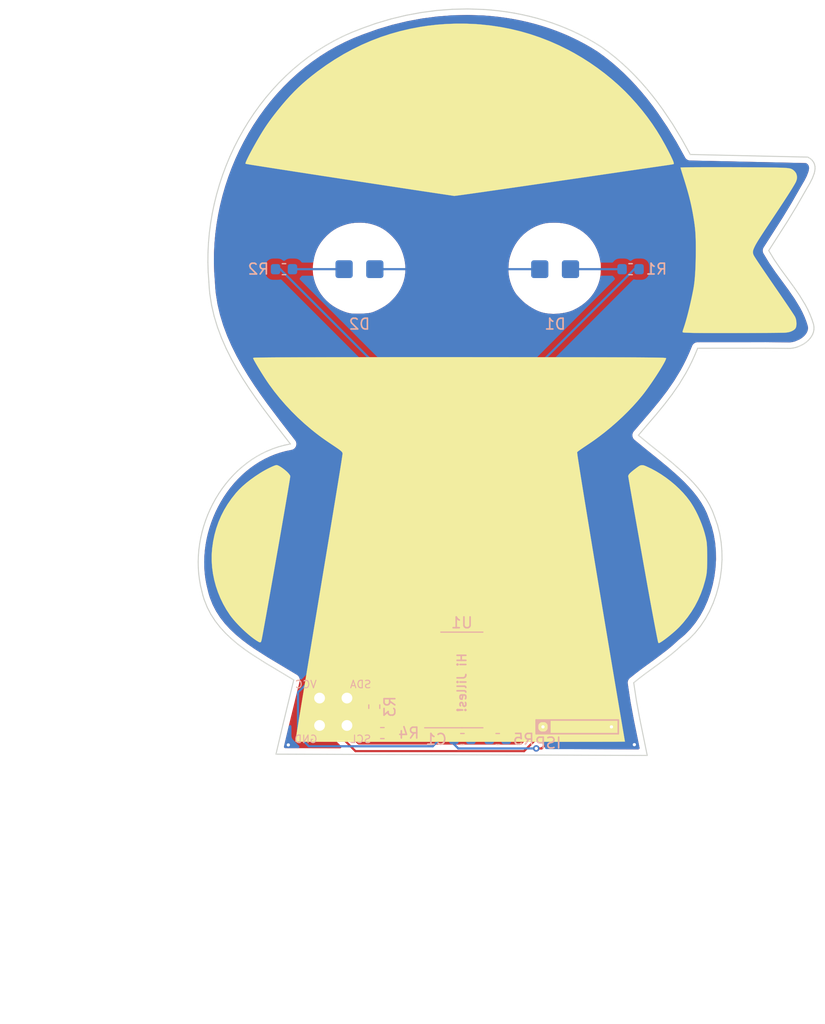
<source format=kicad_pcb>
(kicad_pcb (version 20171130) (host pcbnew "(5.1.5)-3")
  (layers (0 F.Cu signal) (31 B.Cu signal) (34 B.Paste user) (35 F.Paste user) (36 B.SilkS user) (37 F.SilkS user hide) (38 B.Mask user) (39 F.Mask user hide) (44 Edge.Cuts user))
  (net 0 "")
  (net 1 GND)
  (net 2 +3V3)
  (net 3 /RST)
  (net 4 /MISO)
  (net 5 "Net-(D1-Pad2)")
  (net 6 "Net-(D2-Pad2)")
  (net 7 /PWM1)
  (net 8 /PWM2)
  (net 9 /SCL_SCK)
  (net 10 /SDA_MOSI)
  (net 11 "Net-(C1-Pad1)")
  (module ninja-art:ninja-art (layer F.Cu) (at 93.65 99.64)
    (fp_text reference Ref** hide)
    (fp_text value Val** hide)
    (fp_line (start -19.543448 34.494172) (end -19.543545 34.49404) (layer Edge.Cuts) (width 0.1))
    (fp_line (start 13.046444 34.611273) (end -19.543448 34.494172) (layer Edge.Cuts) (width 0.1))
    (fp_line (start 12.36042 31.250129) (end 13.046444 34.611273) (layer Edge.Cuts) (width 0.1))
    (fp_line (start 12.047977 29.563934) (end 12.36042 31.250129) (layer Edge.Cuts) (width 0.1))
    (fp_line (start 11.791621 27.868157) (end 12.047977 29.563934) (layer Edge.Cuts) (width 0.1))
    (fp_line (start 12.36383 27.408812) (end 11.791621 27.868157) (layer Edge.Cuts) (width 0.1))
    (fp_line (start 12.940746 26.97302) (end 12.36383 27.408812) (layer Edge.Cuts) (width 0.1))
    (fp_line (start 14.096184 26.133671) (end 12.940746 26.97302) (layer Edge.Cuts) (width 0.1))
    (fp_line (start 15.232898 25.273276) (end 14.096184 26.133671) (layer Edge.Cuts) (width 0.1))
    (fp_line (start 15.786412 24.811176) (end 15.232898 25.273276) (layer Edge.Cuts) (width 0.1))
    (fp_line (start 16.325856 24.315001) (end 15.786412 24.811176) (layer Edge.Cuts) (width 0.1))
    (fp_line (start 16.634828 24.071489) (end 16.325856 24.315001) (layer Edge.Cuts) (width 0.1))
    (fp_line (start 16.930832 23.811637) (end 16.634828 24.071489) (layer Edge.Cuts) (width 0.1))
    (fp_line (start 17.483553 23.246215) (end 16.930832 23.811637) (layer Edge.Cuts) (width 0.1))
    (fp_line (start 17.983264 22.625355) (end 17.483553 23.246215) (layer Edge.Cuts) (width 0.1))
    (fp_line (start 18.429207 21.955675) (end 17.983264 22.625355) (layer Edge.Cuts) (width 0.1))
    (fp_line (start 18.820624 21.243794) (end 18.429207 21.955675) (layer Edge.Cuts) (width 0.1))
    (fp_line (start 19.156759 20.496333) (end 18.820624 21.243794) (layer Edge.Cuts) (width 0.1))
    (fp_line (start 19.436854 19.719908) (end 19.156759 20.496333) (layer Edge.Cuts) (width 0.1))
    (fp_line (start 19.660152 18.921142) (end 19.436854 19.719908) (layer Edge.Cuts) (width 0.1))
    (fp_line (start 19.825896 18.106651) (end 19.660152 18.921142) (layer Edge.Cuts) (width 0.1))
    (fp_line (start 19.933332 17.283056) (end 19.825896 18.106651) (layer Edge.Cuts) (width 0.1))
    (fp_line (start 19.981702 16.456977) (end 19.933332 17.283056) (layer Edge.Cuts) (width 0.1))
    (fp_line (start 19.970202 15.63503) (end 19.981702 16.456977) (layer Edge.Cuts) (width 0.1))
    (fp_line (start 19.898162 14.823836) (end 19.970202 15.63503) (layer Edge.Cuts) (width 0.1))
    (fp_line (start 19.764775 14.030015) (end 19.898162 14.823836) (layer Edge.Cuts) (width 0.1))
    (fp_line (start 19.569293 13.260187) (end 19.764775 14.030015) (layer Edge.Cuts) (width 0.1))
    (fp_line (start 19.310958 12.520967) (end 19.569293 13.260187) (layer Edge.Cuts) (width 0.1))
    (fp_line (start 19.095273 11.944897) (end 19.310958 12.520967) (layer Edge.Cuts) (width 0.1))
    (fp_line (start 18.828931 11.38956) (end 19.095273 11.944897) (layer Edge.Cuts) (width 0.1))
    (fp_line (start 18.516296 10.853403) (end 18.828931 11.38956) (layer Edge.Cuts) (width 0.1))
    (fp_line (start 18.161732 10.33487) (end 18.516296 10.853403) (layer Edge.Cuts) (width 0.1))
    (fp_line (start 17.769602 9.832403) (end 18.161732 10.33487) (layer Edge.Cuts) (width 0.1))
    (fp_line (start 17.344267 9.34445) (end 17.769602 9.832403) (layer Edge.Cuts) (width 0.1))
    (fp_line (start 16.890092 8.869451) (end 17.344267 9.34445) (layer Edge.Cuts) (width 0.1))
    (fp_line (start 16.41144 8.405851) (end 16.890092 8.869451) (layer Edge.Cuts) (width 0.1))
    (fp_line (start 15.398159 7.506629) (end 16.41144 8.405851) (layer Edge.Cuts) (width 0.1))
    (fp_line (start 14.33933 6.634333) (end 15.398159 7.506629) (layer Edge.Cuts) (width 0.1))
    (fp_line (start 13.269858 5.776519) (end 14.33933 6.634333) (layer Edge.Cuts) (width 0.1))
    (fp_line (start 12.224649 4.920738) (end 13.269858 5.776519) (layer Edge.Cuts) (width 0.1))
    (fp_line (start 13.887892 2.97697) (end 12.224649 4.920738) (layer Edge.Cuts) (width 0.1))
    (fp_line (start 14.642219 2.058243) (end 13.887892 2.97697) (layer Edge.Cuts) (width 0.1))
    (fp_line (start 15.347814 1.136828) (end 14.642219 2.058243) (layer Edge.Cuts) (width 0.1))
    (fp_line (start 16.00677 0.184127) (end 15.347814 1.136828) (layer Edge.Cuts) (width 0.1))
    (fp_line (start 16.621185 -0.828455) (end 16.00677 0.184127) (layer Edge.Cuts) (width 0.1))
    (fp_line (start 16.912343 -1.366136) (end 16.621185 -0.828455) (layer Edge.Cuts) (width 0.1))
    (fp_line (start 17.193152 -1.929512) (end 16.912343 -1.366136) (layer Edge.Cuts) (width 0.1))
    (fp_line (start 17.463873 -2.522155) (end 17.193152 -1.929512) (layer Edge.Cuts) (width 0.1))
    (fp_line (start 17.724769 -3.147641) (end 17.463873 -2.522155) (layer Edge.Cuts) (width 0.1))
    (fp_line (start 21.901721 -3.148564) (end 17.724769 -3.147641) (layer Edge.Cuts) (width 0.1))
    (fp_line (start 24.011624 -3.152764) (end 21.901721 -3.148564) (layer Edge.Cuts) (width 0.1))
    (fp_line (start 26.078486 -3.135124) (end 24.011624 -3.152764) (layer Edge.Cuts) (width 0.1))
    (fp_line (start 26.299543 -3.134338) (end 26.078486 -3.135124) (layer Edge.Cuts) (width 0.1))
    (fp_line (start 26.526294 -3.157538) (end 26.299543 -3.134338) (layer Edge.Cuts) (width 0.1))
    (fp_line (start 26.755495 -3.203548) (end 26.526294 -3.157538) (layer Edge.Cuts) (width 0.1))
    (fp_line (start 26.983896 -3.271188) (end 26.755495 -3.203548) (layer Edge.Cuts) (width 0.1))
    (fp_line (start 27.425306 -3.466645) (end 26.983896 -3.271188) (layer Edge.Cuts) (width 0.1))
    (fp_line (start 27.631822 -3.592103) (end 27.425306 -3.466645) (layer Edge.Cuts) (width 0.1))
    (fp_line (start 27.824549 -3.734475) (end 27.631822 -3.592103) (layer Edge.Cuts) (width 0.1))
    (fp_line (start 28.000235 -3.892581) (end 27.824549 -3.734475) (layer Edge.Cuts) (width 0.1))
    (fp_line (start 28.155639 -4.065241) (end 28.000235 -3.892581) (layer Edge.Cuts) (width 0.1))
    (fp_line (start 28.287501 -4.251279) (end 28.155639 -4.065241) (layer Edge.Cuts) (width 0.1))
    (fp_line (start 28.392594 -4.449513) (end 28.287501 -4.251279) (layer Edge.Cuts) (width 0.1))
    (fp_line (start 28.467664 -4.658766) (end 28.392594 -4.449513) (layer Edge.Cuts) (width 0.1))
    (fp_line (start 28.509444 -4.877859) (end 28.467664 -4.658766) (layer Edge.Cuts) (width 0.1))
    (fp_line (start 28.514644 -5.105611) (end 28.509444 -4.877859) (layer Edge.Cuts) (width 0.1))
    (fp_line (start 28.480144 -5.340843) (end 28.514644 -5.105611) (layer Edge.Cuts) (width 0.1))
    (fp_line (start 28.327154 -5.822592) (end 28.480144 -5.340843) (layer Edge.Cuts) (width 0.1))
    (fp_line (start 28.144386 -6.289602) (end 28.327154 -5.822592) (layer Edge.Cuts) (width 0.1))
    (fp_line (start 27.935158 -6.74352) (end 28.144386 -6.289602) (layer Edge.Cuts) (width 0.1))
    (fp_line (start 27.702789 -7.185996) (end 27.935158 -6.74352) (layer Edge.Cuts) (width 0.1))
    (fp_line (start 27.181885 -8.043202) (end 27.702789 -7.185996) (layer Edge.Cuts) (width 0.1))
    (fp_line (start 26.608208 -8.874402) (end 27.181885 -8.043202) (layer Edge.Cuts) (width 0.1))
    (fp_line (start 25.408672 -10.511508) (end 26.608208 -8.874402) (layer Edge.Cuts) (width 0.1))
    (fp_line (start 24.835881 -11.343775) (end 25.408672 -10.511508) (layer Edge.Cuts) (width 0.1))
    (fp_line (start 24.316453 -12.202758) (end 24.835881 -11.343775) (layer Edge.Cuts) (width 0.1))
    (fp_line (start 26.046663 -14.906855) (end 24.316453 -12.202758) (layer Edge.Cuts) (width 0.1))
    (fp_line (start 26.881238 -16.277771) (end 26.046663 -14.906855) (layer Edge.Cuts) (width 0.1))
    (fp_line (start 27.679402 -17.670272) (end 26.881238 -16.277771) (layer Edge.Cuts) (width 0.1))
    (fp_line (start 28.134416 -18.454622) (end 27.679402 -17.670272) (layer Edge.Cuts) (width 0.1))
    (fp_line (start 28.358137 -18.896331) (end 28.134416 -18.454622) (layer Edge.Cuts) (width 0.1))
    (fp_line (start 28.52937 -19.34677) (end 28.358137 -18.896331) (layer Edge.Cuts) (width 0.1))
    (fp_line (start 28.5836 -19.569567) (end 28.52937 -19.34677) (layer Edge.Cuts) (width 0.1))
    (fp_line (start 28.61065 -19.787713) (end 28.5836 -19.569567) (layer Edge.Cuts) (width 0.1))
    (fp_line (start 28.60585 -19.998931) (end 28.61065 -19.787713) (layer Edge.Cuts) (width 0.1))
    (fp_line (start 28.5645 -20.200944) (end 28.60585 -19.998931) (layer Edge.Cuts) (width 0.1))
    (fp_line (start 28.48193 -20.391472) (end 28.5645 -20.200944) (layer Edge.Cuts) (width 0.1))
    (fp_line (start 28.353451 -20.568237) (end 28.48193 -20.391472) (layer Edge.Cuts) (width 0.1))
    (fp_line (start 28.174379 -20.728962) (end 28.353451 -20.568237) (layer Edge.Cuts) (width 0.1))
    (fp_line (start 27.94003 -20.87137) (end 28.174379 -20.728962) (layer Edge.Cuts) (width 0.1))
    (fp_line (start 17.038374 -21.114801) (end 27.94003 -20.87137) (layer Edge.Cuts) (width 0.1))
    (fp_line (start 16.245185 -22.544519) (end 17.038374 -21.114801) (layer Edge.Cuts) (width 0.1))
    (fp_line (start 15.391887 -23.945808) (end 16.245185 -22.544519) (layer Edge.Cuts) (width 0.1))
    (fp_line (start 14.473918 -25.307217) (end 15.391887 -23.945808) (layer Edge.Cuts) (width 0.1))
    (fp_line (start 13.989259 -25.96939) (end 14.473918 -25.307217) (layer Edge.Cuts) (width 0.1))
    (fp_line (start 13.486723 -26.6173) (end 13.989259 -25.96939) (layer Edge.Cuts) (width 0.1))
    (fp_line (start 12.96574 -27.249518) (end 13.486723 -26.6173) (layer Edge.Cuts) (width 0.1))
    (fp_line (start 12.42574 -27.864611) (end 12.96574 -27.249518) (layer Edge.Cuts) (width 0.1))
    (fp_line (start 11.866152 -28.461149) (end 12.42574 -27.864611) (layer Edge.Cuts) (width 0.1))
    (fp_line (start 11.286409 -29.037701) (end 11.866152 -28.461149) (layer Edge.Cuts) (width 0.1))
    (fp_line (start 10.68594 -29.592837) (end 11.286409 -29.037701) (layer Edge.Cuts) (width 0.1))
    (fp_line (start 10.064174 -30.125124) (end 10.68594 -29.592837) (layer Edge.Cuts) (width 0.1))
    (fp_line (start 9.420544 -30.633134) (end 10.064174 -30.125124) (layer Edge.Cuts) (width 0.1))
    (fp_line (start 8.754475 -31.115433) (end 9.420544 -30.633134) (layer Edge.Cuts) (width 0.1))
    (fp_line (start 8.13651 -31.498538) (end 8.754475 -31.115433) (layer Edge.Cuts) (width 0.1))
    (fp_line (start 7.507088 -31.85844) (end 8.13651 -31.498538) (layer Edge.Cuts) (width 0.1))
    (fp_line (start 6.866852 -32.195322) (end 7.507088 -31.85844) (layer Edge.Cuts) (width 0.1))
    (fp_line (start 6.216452 -32.509368) (end 6.866852 -32.195322) (layer Edge.Cuts) (width 0.1))
    (fp_line (start 5.556531 -32.800763) (end 6.216452 -32.509368) (layer Edge.Cuts) (width 0.1))
    (fp_line (start 4.887736 -33.069691) (end 5.556531 -32.800763) (layer Edge.Cuts) (width 0.1))
    (fp_line (start 4.210714 -33.316336) (end 4.887736 -33.069691) (layer Edge.Cuts) (width 0.1))
    (fp_line (start 3.526108 -33.540882) (end 4.210714 -33.316336) (layer Edge.Cuts) (width 0.1))
    (fp_line (start 2.834568 -33.743514) (end 3.526108 -33.540882) (layer Edge.Cuts) (width 0.1))
    (fp_line (start 2.136738 -33.924416) (end 2.834568 -33.743514) (layer Edge.Cuts) (width 0.1))
    (fp_line (start 1.433263 -34.083773) (end 2.136738 -33.924416) (layer Edge.Cuts) (width 0.1))
    (fp_line (start 0.724791 -34.221768) (end 1.433263 -34.083773) (layer Edge.Cuts) (width 0.1))
    (fp_line (start 0.011967 -34.338586) (end 0.724791 -34.221768) (layer Edge.Cuts) (width 0.1))
    (fp_line (start -0.704564 -34.434406) (end 0.011967 -34.338586) (layer Edge.Cuts) (width 0.1))
    (fp_line (start -1.424156 -34.509426) (end -0.704564 -34.434406) (layer Edge.Cuts) (width 0.1))
    (fp_line (start -2.146161 -34.563816) (end -1.424156 -34.509426) (layer Edge.Cuts) (width 0.1))
    (fp_line (start -3.594827 -34.611466) (end -2.146161 -34.563816) (layer Edge.Cuts) (width 0.1))
    (fp_line (start -5.045398 -34.578826) (end -3.594827 -34.611466) (layer Edge.Cuts) (width 0.1))
    (fp_line (start -6.492706 -34.467375) (end -5.045398 -34.578826) (layer Edge.Cuts) (width 0.1))
    (fp_line (start -7.931582 -34.278585) (end -6.492706 -34.467375) (layer Edge.Cuts) (width 0.1))
    (fp_line (start -9.356858 -34.013932) (end -7.931582 -34.278585) (layer Edge.Cuts) (width 0.1))
    (fp_line (start -10.763366 -33.674889) (end -9.356858 -34.013932) (layer Edge.Cuts) (width 0.1))
    (fp_line (start -12.145937 -33.26293) (end -10.763366 -33.674889) (layer Edge.Cuts) (width 0.1))
    (fp_line (start -13.499406 -32.779529) (end -12.145937 -33.26293) (layer Edge.Cuts) (width 0.1))
    (fp_line (start -14.366368 -32.439409) (end -13.499406 -32.779529) (layer Edge.Cuts) (width 0.1))
    (fp_line (start -15.211136 -32.059933) (end -14.366368 -32.439409) (layer Edge.Cuts) (width 0.1))
    (fp_line (start -16.033181 -31.642489) (end -15.211136 -32.059933) (layer Edge.Cuts) (width 0.1))
    (fp_line (start -16.831976 -31.188471) (end -16.033181 -31.642489) (layer Edge.Cuts) (width 0.1))
    (fp_line (start -17.606992 -30.699268) (end -16.831976 -31.188471) (layer Edge.Cuts) (width 0.1))
    (fp_line (start -18.357701 -30.17627) (end -17.606992 -30.699268) (layer Edge.Cuts) (width 0.1))
    (fp_line (start -19.083578 -29.620869) (end -18.357701 -30.17627) (layer Edge.Cuts) (width 0.1))
    (fp_line (start -19.784092 -29.034454) (end -19.083578 -29.620869) (layer Edge.Cuts) (width 0.1))
    (fp_line (start -20.458716 -28.418416) (end -19.784092 -29.034454) (layer Edge.Cuts) (width 0.1))
    (fp_line (start -21.106922 -27.774145) (end -20.458716 -28.418416) (layer Edge.Cuts) (width 0.1))
    (fp_line (start -21.728184 -27.103034) (end -21.106922 -27.774145) (layer Edge.Cuts) (width 0.1))
    (fp_line (start -22.321973 -26.40647) (end -21.728184 -27.103034) (layer Edge.Cuts) (width 0.1))
    (fp_line (start -22.88776 -25.685845) (end -22.321973 -26.40647) (layer Edge.Cuts) (width 0.1))
    (fp_line (start -23.425018 -24.94255) (end -22.88776 -25.685845) (layer Edge.Cuts) (width 0.1))
    (fp_line (start -23.93322 -24.177976) (end -23.425018 -24.94255) (layer Edge.Cuts) (width 0.1))
    (fp_line (start -24.411843 -23.393511) (end -23.93322 -24.177976) (layer Edge.Cuts) (width 0.1))
    (fp_line (start -24.860348 -22.590548) (end -24.411843 -23.393511) (layer Edge.Cuts) (width 0.1))
    (fp_line (start -25.278214 -21.770475) (end -24.860348 -22.590548) (layer Edge.Cuts) (width 0.1))
    (fp_line (start -25.664912 -20.934686) (end -25.278214 -21.770475) (layer Edge.Cuts) (width 0.1))
    (fp_line (start -26.019915 -20.084568) (end -25.664912 -20.934686) (layer Edge.Cuts) (width 0.1))
    (fp_line (start -26.342693 -19.221514) (end -26.019915 -20.084568) (layer Edge.Cuts) (width 0.1))
    (fp_line (start -26.632721 -18.346911) (end -26.342693 -19.221514) (layer Edge.Cuts) (width 0.1))
    (fp_line (start -26.88947 -17.462155) (end -26.632721 -18.346911) (layer Edge.Cuts) (width 0.1))
    (fp_line (start -27.112412 -16.568632) (end -26.88947 -17.462155) (layer Edge.Cuts) (width 0.1))
    (fp_line (start -27.301019 -15.667733) (end -27.112412 -16.568632) (layer Edge.Cuts) (width 0.1))
    (fp_line (start -27.45477 -14.760852) (end -27.301019 -15.667733) (layer Edge.Cuts) (width 0.1))
    (fp_line (start -27.573124 -13.849375) (end -27.45477 -14.760852) (layer Edge.Cuts) (width 0.1))
    (fp_line (start -27.655562 -12.934695) (end -27.573124 -13.849375) (layer Edge.Cuts) (width 0.1))
    (fp_line (start -27.701555 -12.018202) (end -27.655562 -12.934695) (layer Edge.Cuts) (width 0.1))
    (fp_line (start -27.710565 -11.101287) (end -27.701555 -12.018202) (layer Edge.Cuts) (width 0.1))
    (fp_line (start -27.682083 -10.185339) (end -27.710565 -11.101287) (layer Edge.Cuts) (width 0.1))
    (fp_line (start -27.61557 -9.271749) (end -27.682083 -10.185339) (layer Edge.Cuts) (width 0.1))
    (fp_line (start -27.585276 -8.731688) (end -27.61557 -9.271749) (layer Edge.Cuts) (width 0.1))
    (fp_line (start -27.533551 -8.196852) (end -27.585276 -8.731688) (layer Edge.Cuts) (width 0.1))
    (fp_line (start -27.369065 -7.142607) (end -27.533551 -8.196852) (layer Edge.Cuts) (width 0.1))
    (fp_line (start -27.128638 -6.10851) (end -27.369065 -7.142607) (layer Edge.Cuts) (width 0.1))
    (fp_line (start -26.818788 -5.094063) (end -27.128638 -6.10851) (layer Edge.Cuts) (width 0.1))
    (fp_line (start -26.446037 -4.098762) (end -26.818788 -5.094063) (layer Edge.Cuts) (width 0.1))
    (fp_line (start -26.016904 -3.122103) (end -26.446037 -4.098762) (layer Edge.Cuts) (width 0.1))
    (fp_line (start -25.537911 -2.163587) (end -26.016904 -3.122103) (layer Edge.Cuts) (width 0.1))
    (fp_line (start -25.015579 -1.22271) (end -25.537911 -2.163587) (layer Edge.Cuts) (width 0.1))
    (fp_line (start -24.456426 -0.298973) (end -25.015579 -1.22271) (layer Edge.Cuts) (width 0.1))
    (fp_line (start -23.866973 0.608129) (end -24.456426 -0.298973) (layer Edge.Cuts) (width 0.1))
    (fp_line (start -23.253743 1.499096) (end -23.866973 0.608129) (layer Edge.Cuts) (width 0.1))
    (fp_line (start -22.623254 2.374433) (end -23.253743 1.499096) (layer Edge.Cuts) (width 0.1))
    (fp_line (start -21.336583 4.080218) (end -22.623254 2.374433) (layer Edge.Cuts) (width 0.1))
    (fp_line (start -20.059125 5.729498) (end -21.336583 4.080218) (layer Edge.Cuts) (width 0.1))
    (fp_line (start -20.615998 5.843797) (end -20.059125 5.729498) (layer Edge.Cuts) (width 0.1))
    (fp_line (start -21.158913 5.991181) (end -20.615998 5.843797) (layer Edge.Cuts) (width 0.1))
    (fp_line (start -21.687327 6.17036) (end -21.158913 5.991181) (layer Edge.Cuts) (width 0.1))
    (fp_line (start -22.200698 6.380039) (end -21.687327 6.17036) (layer Edge.Cuts) (width 0.1))
    (fp_line (start -22.698486 6.618928) (end -22.200698 6.380039) (layer Edge.Cuts) (width 0.1))
    (fp_line (start -23.180148 6.885737) (end -22.698486 6.618928) (layer Edge.Cuts) (width 0.1))
    (fp_line (start -23.645141 7.17917) (end -23.180148 6.885737) (layer Edge.Cuts) (width 0.1))
    (fp_line (start -24.092925 7.497939) (end -23.645141 7.17917) (layer Edge.Cuts) (width 0.1))
    (fp_line (start -24.52296 7.84075) (end -24.092925 7.497939) (layer Edge.Cuts) (width 0.1))
    (fp_line (start -24.9347 8.206311) (end -24.52296 7.84075) (layer Edge.Cuts) (width 0.1))
    (fp_line (start -25.327608 8.59333) (end -24.9347 8.206311) (layer Edge.Cuts) (width 0.1))
    (fp_line (start -25.701139 9.000518) (end -25.327608 8.59333) (layer Edge.Cuts) (width 0.1))
    (fp_line (start -26.054753 9.426578) (end -25.701139 9.000518) (layer Edge.Cuts) (width 0.1))
    (fp_line (start -26.387908 9.870222) (end -26.054753 9.426578) (layer Edge.Cuts) (width 0.1))
    (fp_line (start -26.700062 10.330158) (end -26.387908 9.870222) (layer Edge.Cuts) (width 0.1))
    (fp_line (start -26.990675 10.805092) (end -26.700062 10.330158) (layer Edge.Cuts) (width 0.1))
    (fp_line (start -27.259203 11.293733) (end -26.990675 10.805092) (layer Edge.Cuts) (width 0.1))
    (fp_line (start -27.505105 11.794789) (end -27.259203 11.293733) (layer Edge.Cuts) (width 0.1))
    (fp_line (start -27.72784 12.306969) (end -27.505105 11.794789) (layer Edge.Cuts) (width 0.1))
    (fp_line (start -27.926866 12.82898) (end -27.72784 12.306969) (layer Edge.Cuts) (width 0.1))
    (fp_line (start -28.101642 13.359531) (end -27.926866 12.82898) (layer Edge.Cuts) (width 0.1))
    (fp_line (start -28.251625 13.89733) (end -28.101642 13.359531) (layer Edge.Cuts) (width 0.1))
    (fp_line (start -28.376274 14.441084) (end -28.251625 13.89733) (layer Edge.Cuts) (width 0.1))
    (fp_line (start -28.475046 14.989502) (end -28.376274 14.441084) (layer Edge.Cuts) (width 0.1))
    (fp_line (start -28.547403 15.541292) (end -28.475046 14.989502) (layer Edge.Cuts) (width 0.1))
    (fp_line (start -28.592803 16.09516) (end -28.547403 15.541292) (layer Edge.Cuts) (width 0.1))
    (fp_line (start -28.610703 16.649819) (end -28.592803 16.09516) (layer Edge.Cuts) (width 0.1))
    (fp_line (start -28.600571 17.203973) (end -28.610703 16.649819) (layer Edge.Cuts) (width 0.1))
    (fp_line (start -28.561844 17.756332) (end -28.600571 17.203973) (layer Edge.Cuts) (width 0.1))
    (fp_line (start -28.49399 18.305603) (end -28.561844 17.756332) (layer Edge.Cuts) (width 0.1))
    (fp_line (start -28.396467 18.850494) (end -28.49399 18.305603) (layer Edge.Cuts) (width 0.1))
    (fp_line (start -28.268737 19.389713) (end -28.396467 18.850494) (layer Edge.Cuts) (width 0.1))
    (fp_line (start -28.171909 19.778571) (end -28.268737 19.389713) (layer Edge.Cuts) (width 0.1))
    (fp_line (start -28.056749 20.154277) (end -28.171909 19.778571) (layer Edge.Cuts) (width 0.1))
    (fp_line (start -27.774388 20.868091) (end -28.056749 20.154277) (layer Edge.Cuts) (width 0.1))
    (fp_line (start -27.427566 21.534864) (end -27.774388 20.868091) (layer Edge.Cuts) (width 0.1))
    (fp_line (start -27.022202 22.158306) (end -27.427566 21.534864) (layer Edge.Cuts) (width 0.1))
    (fp_line (start -26.564217 22.742123) (end -27.022202 22.158306) (layer Edge.Cuts) (width 0.1))
    (fp_line (start -26.059526 23.290027) (end -26.564217 22.742123) (layer Edge.Cuts) (width 0.1))
    (fp_line (start -25.514052 23.805723) (end -26.059526 23.290027) (layer Edge.Cuts) (width 0.1))
    (fp_line (start -24.933711 24.29292) (end -25.514052 23.805723) (layer Edge.Cuts) (width 0.1))
    (fp_line (start -24.324423 24.755329) (end -24.933711 24.29292) (layer Edge.Cuts) (width 0.1))
    (fp_line (start -23.692107 25.196658) (end -24.324423 24.755329) (layer Edge.Cuts) (width 0.1))
    (fp_line (start -22.382065 26.030907) (end -23.692107 25.196658) (layer Edge.Cuts) (width 0.1))
    (fp_line (start -21.050939 26.825334) (end -22.382065 26.030907) (layer Edge.Cuts) (width 0.1))
    (fp_line (start -19.746075 27.60961) (end -21.050939 26.825334) (layer Edge.Cuts) (width 0.1))
    (fp_line (start -20.73889 31.707475) (end -19.746075 27.60961) (layer Edge.Cuts) (width 0.1))
    (fp_line (start -21.393536 34.489435) (end -20.73889 31.707475) (layer Edge.Cuts) (width 0.1))
    (fp_line (start -19.543545 34.49404) (end -21.393536 34.489435) (layer Edge.Cuts) (width 0.1))
  )
  (module LED_SMD:LED_1206_3216Metric_Castellated (layer B.Cu) (at 98.15 89.16)
    (fp_text reference D1 (at 0 5.09) (layer B.SilkS) (effects (justify mirror)))
    (fp_text value LED_GREEN)
    (pad 2 smd roundrect (at 1.425 0) (size 1.6 1.65) (layers B.Cu B.Paste B.Mask) (roundrect_rratio 0.15625) (net 5 "Net-(D1-Pad2)"))
    (pad 1 smd roundrect (at -1.425 0) (size 1.6 1.65) (layers B.Cu B.Paste B.Mask) (roundrect_rratio 0.15625) (net 1 GND))
  )
  (module LED_SMD:LED_1206_3216Metric_Castellated (layer B.Cu) (at 80 89.16 180)
    (fp_text reference D2 (at 0 -5.09 180) (layer B.SilkS) (effects (justify mirror)))
    (fp_text value LED_GREEN)
    (pad 2 smd roundrect (at 1.425 0 180) (size 1.6 1.65) (layers B.Cu B.Paste B.Mask) (roundrect_rratio 0.15625) (net 6 "Net-(D2-Pad2)"))
    (pad 1 smd roundrect (at -1.425 0 180) (size 1.6 1.65) (layers B.Cu B.Paste B.Mask) (roundrect_rratio 0.15625) (net 1 GND))
  )
  (module POGO_ISP:POGO_ISP (layer B.Cu) (at 100.2 131.6 180)
    (fp_text reference P1 hide)
    (fp_text value ISP)
    (fp_text user ISP (at 2.7 -1.5) (layer B.SilkS) (effects (justify mirror)))
    (pad 6 smd rect (at 1.905 0 180) (size 0.7 0.7) (layers B.Cu B.Mask) (net 1 GND))
    (pad 3 smd rect (at 0.635 0 180) (size 0.7 0.7) (layers B.Cu B.Mask) (net 9 /SCL_SCK))
    (pad 1 smd rect (at -0.635 0 180) (size 0.7 0.7) (layers B.Cu B.Mask) (net 4 /MISO))
    (pad 2 thru_hole circle (at 3.175 0 180) (size 0.7048 0.7048) (drill 0.3) (layers *.Cu *.Mask) (net 2 +3V3))
    (pad 4 smd rect (at -1.905 0 180) (size 0.7 0.7) (layers B.Cu B.Mask) (net 10 /SDA_MOSI))
    (pad 5 thru_hole circle (at -3.175 0 180) (size 0.7048 0.7048) (drill 0.3) (layers *.Cu *.Mask) (net 3 /RST))
  )
  (module Resistor_SMD:R_0603_1608Metric (layer B.Cu) (at 82.125 132.175)
    (fp_text reference R4 (at 2.45 0) (layer B.SilkS) (effects (justify mirror)))
    (fp_text value 4.7k)
    (pad 2 smd roundrect (at 0.7875 0) (size 0.875 0.95) (layers B.Cu B.Paste B.Mask) (net 2 +3V3))
    (pad 1 smd roundrect (at -0.7875 0) (size 0.875 0.95) (layers B.Cu B.Paste B.Mask) (net 9 /SCL_SCK))
  )
  (module Package_SO:SOIC-14_3.9x8.7mm_P1.27mm (layer B.Cu) (at 89.5 127.25)
    (fp_text reference U1 (at 0 -5.3) (layer B.SilkS) (effects (justify mirror)))
    (fp_text value ATtiny84A-SSU)
    (pad 14 smd roundrect (at 2.475 3.81) (size 1.95 0.6) (layers B.Cu B.Paste B.Mask) (net 1 GND))
    (pad 13 smd roundrect (at 2.475 2.54) (size 1.95 0.6) (layers B.Cu B.Paste B.Mask))
    (pad 12 smd roundrect (at 2.475 1.27) (size 1.95 0.6) (layers B.Cu B.Paste B.Mask))
    (pad 11 smd roundrect (at 2.475 0) (size 1.95 0.6) (layers B.Cu B.Paste B.Mask))
    (pad 10 smd roundrect (at 2.475 -1.27) (size 1.95 0.6) (layers B.Cu B.Paste B.Mask))
    (pad 9 smd roundrect (at 2.475 -2.54) (size 1.95 0.6) (layers B.Cu B.Paste B.Mask) (net 9 /SCL_SCK))
    (pad 8 smd roundrect (at 2.475 -3.81) (size 1.95 0.6) (layers B.Cu B.Paste B.Mask) (net 4 /MISO))
    (pad 7 smd roundrect (at -2.475 -3.81) (size 1.95 0.6) (layers B.Cu B.Paste B.Mask) (net 10 /SDA_MOSI))
    (pad 6 smd roundrect (at -2.475 -2.54) (size 1.95 0.6) (layers B.Cu B.Paste B.Mask) (net 8 /PWM2))
    (pad 5 smd roundrect (at -2.475 -1.27) (size 1.95 0.6) (layers B.Cu B.Paste B.Mask) (net 7 /PWM1))
    (pad 4 smd roundrect (at -2.475 0) (size 1.95 0.6) (layers B.Cu B.Paste B.Mask) (net 11 "Net-(C1-Pad1)"))
    (pad 3 smd roundrect (at -2.475 1.27) (size 1.95 0.6) (layers B.Cu B.Paste B.Mask))
    (pad 2 smd roundrect (at -2.475 2.54) (size 1.95 0.6) (layers B.Cu B.Paste B.Mask))
    (pad 1 smd roundrect (at -2.475 3.81) (size 1.95 0.6) (layers B.Cu B.Paste B.Mask) (net 2 +3V3))
  )
  (module badgelife_shitty_connector:Badgelife-Shitty-2x2 (layer F.Cu) (at 77.57 130.2)
    (fp_text reference X1)
    (fp_text value Badgelife_shitty_connector)
    (fp_text user VCC (at -2.54 -2.54) (layer B.SilkS) (effects (font (size 0.7 0.7) (thickness 0.1)) (justify mirror)))
    (fp_text user GND (at -2.54 2.54) (layer B.SilkS) (effects (font (size 0.7 0.7) (thickness 0.1)) (justify mirror)))
    (fp_text user SCL (at 2.54 2.54) (layer B.SilkS) (effects (font (size 0.7 0.7) (thickness 0.1)) (justify mirror)))
    (fp_text user SDA (at 2.54 -2.54) (layer B.SilkS) (effects (font (size 0.7 0.7) (thickness 0.1)) (justify mirror)))
    (pad 2 thru_hole rect (at -1.27 1.27) (size 1.7 1.7) (drill 1) (layers *.Cu *.Mask) (net 1 GND))
    (pad 1 thru_hole oval (at -1.27 -1.27) (size 1.7 1.7) (drill 1) (layers *.Cu *.Mask) (net 2 +3V3))
    (pad 3 thru_hole oval (at 1.27 1.27) (size 1.7 1.7) (drill 1) (layers *.Cu *.Mask) (net 9 /SCL_SCK))
    (pad 4 thru_hole circle (at 1.27 -1.27) (size 1.7 1.7) (drill 1) (layers *.Cu *.Mask) (net 10 /SDA_MOSI))
  )
  (module Resistor_SMD:R_0603_1608Metric (layer B.Cu) (at 105.15 89.16 180)
    (fp_text reference R1 (at -2.4 0.01) (layer B.SilkS) (effects (justify mirror)))
    (fp_text value 15)
    (pad 2 smd roundrect (at 0.7875 0 180) (size 0.875 0.95) (layers B.Cu B.Paste B.Mask) (net 5 "Net-(D1-Pad2)"))
    (pad 1 smd roundrect (at -0.7875 0 180) (size 0.875 0.95) (layers B.Cu B.Paste B.Mask) (net 8 /PWM2))
  )
  (module Resistor_SMD:R_0603_1608Metric (layer B.Cu) (at 73 89.16)
    (fp_text reference R2 (at -2.375 -0.01) (layer B.SilkS) (effects (justify mirror)))
    (fp_text value 15)
    (pad 2 smd roundrect (at 0.7875 0) (size 0.875 0.95) (layers B.Cu B.Paste B.Mask) (net 6 "Net-(D2-Pad2)"))
    (pad 1 smd roundrect (at -0.7875 0) (size 0.875 0.95) (layers B.Cu B.Paste B.Mask) (net 7 /PWM1))
  )
  (module Resistor_SMD:R_0603_1608Metric (layer B.Cu) (at 81.375 129.725 270)
    (fp_text reference R3 (at 0 -1.45 90) (layer B.SilkS) (effects (justify mirror)))
    (fp_text value 4.7k)
    (pad 1 smd roundrect (at -0.7875 0 270) (size 0.875 0.95) (layers B.Cu B.Paste B.Mask) (net 10 /SDA_MOSI))
    (pad 2 smd roundrect (at 0.7875 0 270) (size 0.875 0.95) (layers B.Cu B.Paste B.Mask) (net 2 +3V3))
  )
  (module Capacitor_SMD:C_0603_1608Metric (layer B.Cu) (at 89.55 132.725 180)
    (fp_text reference C1 (at 2.425 -0.025) (layer B.SilkS) (effects (justify mirror)))
    (fp_text value 1uF)
    (pad 2 smd roundrect (at 0.7875 0 180) (size 0.875 0.95) (layers B.Cu B.Paste B.Mask) (net 3 /RST))
    (pad 1 smd roundrect (at -0.7875 0 180) (size 0.875 0.95) (layers B.Cu B.Paste B.Mask) (net 11 "Net-(C1-Pad1)"))
  )
  (module Resistor_SMD:R_0603_1608Metric (layer B.Cu) (at 92.825 132.725)
    (fp_text reference R5 (at 2.4 0.025) (layer B.SilkS) (effects (justify mirror)))
    (fp_text value 10K)
    (pad 2 smd roundrect (at 0.7875 0) (size 0.875 0.95) (layers B.Cu B.Paste B.Mask) (net 2 +3V3))
    (pad 1 smd roundrect (at -0.7875 0) (size 0.875 0.95) (layers B.Cu B.Paste B.Mask) (net 11 "Net-(C1-Pad1)"))
  )
  (gr_text "Hi Jilles!" (at 89.5 127.5 90) (layer B.SilkS) (effects (font (size 0.8128 0.8128) (thickness 0.1524)) (justify mirror)))
  (segment (start 92.275 131.36) (end 94.915 131.36) (width 0.2) (layer B.Cu) (net 1))
  (segment (start 91.975 131.06) (end 92.275 131.36) (width 0.2) (layer B.Cu) (net 1))
  (segment (start 94.915 131.36) (end 96.075 130.2) (width 0.2) (layer B.Cu) (net 1))
  (segment (start 98.295 131.05) (end 98.295 131.6) (width 0.2) (layer B.Cu) (net 1))
  (segment (start 97.445 130.2) (end 98.295 131.05) (width 0.2) (layer B.Cu) (net 1))
  (segment (start 96.075 130.2) (end 97.445 130.2) (width 0.2) (layer B.Cu) (net 1))
  (via (at 73.4 133.275) (size 0.6) (drill 0.3) (layers F.Cu B.Cu) (net 1))
  (via (at 105.5 133.25) (size 0.6) (drill 0.3) (layers F.Cu B.Cu) (net 1))
  (segment (start 81.425 89.16) (end 82.225 89.16) (width 0.2) (layer B.Cu) (net 1))
  (segment (start 89.34 89.16) (end 96.725 89.16) (width 0.2) (layer B.Cu) (net 1))
  (segment (start 88.96 89.16) (end 88.96 88.64) (width 0.2) (layer B.Cu) (net 1))
  (segment (start 82.225 89.16) (end 88.96 89.16) (width 0.2) (layer B.Cu) (net 1))
  (segment (start 88.96 89.16) (end 89.34 89.16) (width 0.2) (layer B.Cu) (net 1))
  (segment (start 82.9125 131.575) (end 82.9125 131.7) (width 0.2) (layer B.Cu) (net 2))
  (segment (start 81.85 130.5125) (end 82.9125 131.575) (width 0.2) (layer B.Cu) (net 2))
  (segment (start 82.9125 131.7) (end 82.9125 132.175) (width 0.2) (layer B.Cu) (net 2))
  (segment (start 81.375 130.5125) (end 81.85 130.5125) (width 0.2) (layer B.Cu) (net 2))
  (segment (start 85.91 132.175) (end 82.9125 132.175) (width 0.2) (layer B.Cu) (net 2))
  (segment (start 87.025 131.06) (end 85.91 132.175) (width 0.2) (layer B.Cu) (net 2))
  (segment (start 95.9 132.725) (end 97.025 131.6) (width 0.2) (layer B.Cu) (net 2))
  (segment (start 93.6125 132.725) (end 95.9 132.725) (width 0.2) (layer B.Cu) (net 2))
  (segment (start 76.331065 128.93) (end 77.794064 130.392999) (width 0.2) (layer B.Cu) (net 2))
  (segment (start 80.780499 130.392999) (end 80.9 130.5125) (width 0.2) (layer B.Cu) (net 2))
  (segment (start 80.9 130.5125) (end 81.375 130.5125) (width 0.2) (layer B.Cu) (net 2))
  (segment (start 77.794064 130.392999) (end 80.780499 130.392999) (width 0.2) (layer B.Cu) (net 2))
  (segment (start 76.3 128.93) (end 76.331065 128.93) (width 0.2) (layer B.Cu) (net 2))
  (segment (start 77.6 131.823962) (end 77.6 130.23) (width 0.2) (layer F.Cu) (net 2))
  (segment (start 95.273368 133.85) (end 79.626038 133.85) (width 0.2) (layer F.Cu) (net 2))
  (segment (start 97.025 131.6) (end 97.025 132.098368) (width 0.2) (layer F.Cu) (net 2))
  (segment (start 79.626038 133.85) (end 77.6 131.823962) (width 0.2) (layer F.Cu) (net 2))
  (segment (start 97.025 132.098368) (end 95.273368 133.85) (width 0.2) (layer F.Cu) (net 2))
  (segment (start 77.149999 129.779999) (end 76.3 128.93) (width 0.2) (layer F.Cu) (net 2))
  (segment (start 77.6 130.23) (end 77.149999 129.779999) (width 0.2) (layer F.Cu) (net 2))
  (via (at 96.4 133.6) (size 0.6) (drill 0.3) (layers F.Cu B.Cu) (net 3))
  (segment (start 96.4 133.6) (end 96.9 133.6) (width 0.2) (layer F.Cu) (net 3))
  (segment (start 98.9 131.6) (end 103.375 131.6) (width 0.2) (layer F.Cu) (net 3))
  (segment (start 96.9 133.6) (end 98.9 131.6) (width 0.2) (layer F.Cu) (net 3))
  (segment (start 88.7625 133.2) (end 88.7625 132.725) (width 0.2) (layer B.Cu) (net 3))
  (segment (start 89.1625 133.6) (end 88.7625 133.2) (width 0.2) (layer B.Cu) (net 3))
  (segment (start 96.4 133.6) (end 89.1625 133.6) (width 0.2) (layer B.Cu) (net 3))
  (segment (start 91.975 123.44) (end 93.225 123.44) (width 0.2) (layer B.Cu) (net 4))
  (segment (start 93.225 123.44) (end 100.835 131.05) (width 0.2) (layer B.Cu) (net 4))
  (segment (start 100.835 131.05) (end 100.835 131.6) (width 0.2) (layer B.Cu) (net 4))
  (segment (start 99.575 89.16) (end 104.3625 89.16) (width 0.2) (layer B.Cu) (net 5))
  (segment (start 74.225 89.16) (end 78.575 89.16) (width 0.2) (layer B.Cu) (net 6))
  (segment (start 73.7875 89.16) (end 74.225 89.16) (width 0.2) (layer B.Cu) (net 6))
  (segment (start 72.65 89.16) (end 72.2125 89.16) (width 0.2) (layer B.Cu) (net 7))
  (segment (start 88 104.51) (end 72.65 89.16) (width 0.2) (layer B.Cu) (net 7))
  (segment (start 87.025 125.98) (end 86.05 125.98) (width 0.2) (layer B.Cu) (net 7))
  (segment (start 84.07 122.93) (end 88 119) (width 0.2) (layer B.Cu) (net 7))
  (segment (start 88 119) (end 88 104.51) (width 0.2) (layer B.Cu) (net 7))
  (segment (start 86.05 125.98) (end 84.07 124) (width 0.2) (layer B.Cu) (net 7))
  (segment (start 84.07 124) (end 84.07 122.93) (width 0.2) (layer B.Cu) (net 7))
  (segment (start 86.05 124.71) (end 85 123.66) (width 0.2) (layer B.Cu) (net 8))
  (segment (start 87.025 124.71) (end 86.05 124.71) (width 0.2) (layer B.Cu) (net 8))
  (segment (start 105.5 89.16) (end 105.9375 89.16) (width 0.2) (layer B.Cu) (net 8))
  (segment (start 90 104.66) (end 105.5 89.16) (width 0.2) (layer B.Cu) (net 8))
  (segment (start 87.66 121) (end 89 121) (width 0.2) (layer B.Cu) (net 8))
  (segment (start 89 121) (end 90 120) (width 0.2) (layer B.Cu) (net 8))
  (segment (start 90 120) (end 90 104.66) (width 0.2) (layer B.Cu) (net 8))
  (segment (start 85 123.66) (end 85 123) (width 0.2) (layer B.Cu) (net 8))
  (segment (start 85 123) (end 87 121) (width 0.2) (layer B.Cu) (net 8))
  (segment (start 87 121) (end 89 121) (width 0.2) (layer B.Cu) (net 8))
  (segment (start 92.95 124.71) (end 91.975 124.71) (width 0.2) (layer B.Cu) (net 9))
  (segment (start 93.225 124.71) (end 92.95 124.71) (width 0.2) (layer B.Cu) (net 9))
  (segment (start 99.565 131.05) (end 93.225 124.71) (width 0.2) (layer B.Cu) (net 9))
  (segment (start 81.3375 131.7) (end 81.3375 132.175) (width 0.2) (layer B.Cu) (net 9))
  (segment (start 81.1075 131.47) (end 81.3375 131.7) (width 0.2) (layer B.Cu) (net 9))
  (segment (start 78.84 131.47) (end 81.1075 131.47) (width 0.2) (layer B.Cu) (net 9))
  (segment (start 99.565 131.05) (end 99.565 131.6) (width 0.2) (layer B.Cu) (net 9))
  (segment (start 82.47701 132.87701) (end 86.716164 132.87701) (width 0.2) (layer B.Cu) (net 9))
  (segment (start 81.775 132.175) (end 82.47701 132.87701) (width 0.2) (layer B.Cu) (net 9))
  (segment (start 81.3375 132.175) (end 81.775 132.175) (width 0.2) (layer B.Cu) (net 9))
  (segment (start 91 124.71) (end 91.975 124.71) (width 0.2) (layer B.Cu) (net 9))
  (segment (start 90.396587 125.313413) (end 91 124.71) (width 0.2) (layer B.Cu) (net 9))
  (segment (start 90.396587 129.196587) (end 90.396587 125.313413) (width 0.2) (layer B.Cu) (net 9))
  (segment (start 86.716164 132.87701) (end 90.396587 129.196587) (width 0.2) (layer B.Cu) (net 9))
  (segment (start 87.55201 122.91299) (end 87.325 123.14) (width 0.2) (layer B.Cu) (net 10))
  (segment (start 102.105 131.6) (end 102.105 131.05) (width 0.2) (layer B.Cu) (net 10))
  (segment (start 102.105 131.05) (end 93.96799 122.91299) (width 0.2) (layer B.Cu) (net 10))
  (segment (start 87.325 123.14) (end 87.025 123.44) (width 0.2) (layer B.Cu) (net 10))
  (segment (start 93.96799 122.91299) (end 87.55201 122.91299) (width 0.2) (layer B.Cu) (net 10))
  (segment (start 81.3675 128.93) (end 81.375 128.9375) (width 0.2) (layer B.Cu) (net 10))
  (segment (start 78.84 128.93) (end 81.3675 128.93) (width 0.2) (layer B.Cu) (net 10))
  (segment (start 81.375 128.5) (end 82.09799 127.77701) (width 0.2) (layer B.Cu) (net 10))
  (segment (start 88.525 127.258174) (end 88.525 123.965) (width 0.2) (layer B.Cu) (net 10))
  (segment (start 81.375 128.9375) (end 81.375 128.5) (width 0.2) (layer B.Cu) (net 10))
  (segment (start 88.006164 127.77701) (end 88.525 127.258174) (width 0.2) (layer B.Cu) (net 10))
  (segment (start 88.525 123.965) (end 88 123.44) (width 0.2) (layer B.Cu) (net 10))
  (segment (start 88 123.44) (end 87.025 123.44) (width 0.2) (layer B.Cu) (net 10))
  (segment (start 82.09799 127.77701) (end 88.006164 127.77701) (width 0.2) (layer B.Cu) (net 10))
  (segment (start 90.3375 132.725) (end 92.0375 132.725) (width 0.2) (layer B.Cu) (net 11))
  (segment (start 90.3375 132.25) (end 90.3375 132.725) (width 0.2) (layer B.Cu) (net 11))
  (segment (start 89.4875 131.4) (end 90.3375 132.25) (width 0.2) (layer B.Cu) (net 11))
  (segment (start 88.8 131.4) (end 89.4875 131.4) (width 0.2) (layer B.Cu) (net 11))
  (segment (start 86.8 133.4) (end 88.8 131.4) (width 0.2) (layer B.Cu) (net 11))
  (segment (start 87.025 127.25) (end 75.45 127.25) (width 0.2) (layer B.Cu) (net 11))
  (segment (start 75.45 127.25) (end 74.3 128.4) (width 0.2) (layer B.Cu) (net 11))
  (segment (start 75.3 133.4) (end 86.8 133.4) (width 0.2) (layer B.Cu) (net 11))
  (segment (start 74.3 128.4) (end 74.3 132.4) (width 0.2) (layer B.Cu) (net 11))
  (segment (start 74.3 132.4) (end 75.3 133.4) (width 0.2) (layer B.Cu) (net 11))
  (zone (net 1) (net_name GND) (layer B.Cu) (connect_pads (clearance 0.508)) (min_thickness 0.254) (fill yes (arc_segments 32) (thermal_gap 0.508) (thermal_bridge_width 0.508))
    (polygon (pts (xy 123.2 135.2) (xy 64.2 135.2) (xy 64.2 64.2) (xy 123.2 64.2)))
  )
  (zone (net 0) (net_name "") (layers F&B.Cu) (connect_pads (clearance 0.508)) (min_thickness 0.254)
    (keepout (tracks allowed) (vias allowed) (copperpour not_allowed))
    (fill (arc_segments 32) (thermal_gap 0.508) (thermal_bridge_width 0.508))
    (polygon (pts (xy 93.84 89.6275) (xy 93.838 89.604) (xy 93.832377 89.543329) (xy 93.828375 89.491688) (xy 93.82575 89.454375) (xy 93.8235 89.39875) (xy 93.82 89.2485) (xy 93.82 89.217) (xy 93.82049 89.172995) (xy 93.820969 89.130031) (xy 93.820938 89.098062) (xy 93.820875 89.069125) (xy 93.82275 89.02725) (xy 93.8235 89.0005) (xy 93.825 88.967) (xy 93.826 88.938) (xy 93.827187 88.907563) (xy 93.828375 88.877125) (xy 93.82975 88.84925) (xy 93.8325 88.8095) (xy 93.835 88.773) (xy 93.83875 88.72) (xy 93.8425 88.667) (xy 93.85 88.593) (xy 93.861 88.497) (xy 93.866 88.454) (xy 93.887 88.329) (xy 93.893 88.293) (xy 93.948 88.061) (xy 94.029 87.806) (xy 94.054 87.725) (xy 94.075 87.659) (xy 94.111 87.574) (xy 94.174 87.424) (xy 94.21 87.338) (xy 94.24 87.266) (xy 94.289 87.176) (xy 94.325 87.108) (xy 94.369 87.027) (xy 94.401 86.968) (xy 94.426 86.921) (xy 94.4405 86.895) (xy 94.486 86.826) (xy 94.584 86.68) (xy 94.657 86.571) (xy 94.674 86.546) (xy 94.6945 86.520875) (xy 94.72 86.49) (xy 94.768 86.431) (xy 94.798 86.395) (xy 94.829 86.357) (xy 94.86 86.319) (xy 94.883 86.291) (xy 94.929 86.235) (xy 94.94 86.222) (xy 94.987 86.175) (xy 95.051 86.111) (xy 95.124 86.037) (xy 95.197 85.964) (xy 95.232 85.929) (xy 95.282 85.888) (xy 95.344 85.837) (xy 95.388 85.801) (xy 95.48 85.725) (xy 95.556 85.662) (xy 95.637 85.608) (xy 95.732 85.544) (xy 95.822 85.484) (xy 95.906 85.427) (xy 96.035 85.358) (xy 96.222 85.257) (xy 96.282 85.225) (xy 96.36 85.189) (xy 96.456 85.15) (xy 96.529 85.12) (xy 96.588 85.0985) (xy 96.658 85.07325) (xy 96.73 85.047125) (xy 96.82 85.018063) (xy 96.879 84.999532) (xy 96.925 84.984766) (xy 97.022 84.958) (xy 97.0815 84.9415) (xy 97.11275 84.93325) (xy 97.159875 84.923125) (xy 97.198437 84.914563) (xy 97.233718 84.906782) (xy 97.267359 84.899891) (xy 97.296679 84.894446) (xy 97.349839 84.888224) (xy 97.404419 84.881613) (xy 97.447209 84.876807) (xy 97.480104 84.873904) (xy 97.559 84.868) (xy 97.608 84.864) (xy 97.6275 84.863) (xy 97.647 84.862) (xy 97.668 84.861) (xy 97.716 84.8585) (xy 97.7535 84.85675) (xy 97.79 84.855) (xy 97.824 84.854) (xy 97.866 84.853) (xy 97.908 84.852) (xy 97.947 84.851) (xy 97.993 84.85) (xy 98.125 84.85) (xy 98.197 84.85) (xy 98.352 84.854) (xy 98.369986 84.854486) (xy 98.416 84.857) (xy 98.479 84.861) (xy 98.549 84.866) (xy 98.662 84.878) (xy 98.786 84.892) (xy 98.818992 84.89606) (xy 98.869 84.904) (xy 98.951 84.917) (xy 99.052 84.933) (xy 99.174 84.961) (xy 99.297 84.989) (xy 99.397 85.02) (xy 99.519 85.057) (xy 99.625 85.098) (xy 99.681 85.12) (xy 99.752 85.148) (xy 99.829 85.183) (xy 99.921 85.225) (xy 100.067 85.294) (xy 100.153 85.342) (xy 100.376 85.468) (xy 100.449 85.51) (xy 100.789 85.747) (xy 100.856 85.804) (xy 100.924 85.863) (xy 101.107 86.019) (xy 101.24 86.159) (xy 101.389 86.315) (xy 101.455 86.4) (xy 101.594 86.58) (xy 101.641 86.6415) (xy 101.6905 86.72075) (xy 101.73575 86.793375) (xy 101.787874 86.875687) (xy 101.853436 86.982343) (xy 101.915 87.108) (xy 101.956 87.192) (xy 101.985 87.249) (xy 102.02 87.32) (xy 102.037 87.356) (xy 102.058 87.411) (xy 102.076 87.459) (xy 102.087 87.489) (xy 102.102 87.529) (xy 102.113 87.559) (xy 102.128 87.598) (xy 102.136 87.619) (xy 102.146 87.646) (xy 102.157 87.676) (xy 102.17 87.71) (xy 102.185 87.75) (xy 102.205 87.825) (xy 102.229 87.915) (xy 102.262 88.036) (xy 102.295 88.16) (xy 102.322 88.31) (xy 102.353 88.486) (xy 102.372 88.597) (xy 102.379 88.673) (xy 102.382 88.711) (xy 102.3825 88.717) (xy 102.38275 88.72301) (xy 102.382875 88.728505) (xy 102.383937 88.756251) (xy 102.384968 88.783124) (xy 102.385484 88.798062) (xy 102.385742 88.810031) (xy 102.386 88.822) (xy 102.3875 88.855) (xy 102.388 88.896) (xy 102.388 88.939) (xy 102.3885 88.9945) (xy 102.38825 89.07675) (xy 102.387625 89.150875) (xy 102.386313 89.216937) (xy 102.385 89.283) (xy 102.381 89.367) (xy 102.378 89.446) (xy 102.373 89.519) (xy 102.367 89.605) (xy 102.362 89.671) (xy 102.343 89.819) (xy 102.337 89.8655) (xy 102.323 89.94) (xy 102.301 90.055) (xy 102.272 90.17) (xy 102.253 90.242) (xy 102.234 90.305) (xy 102.217 90.358) (xy 102.192 90.44) (xy 102.157 90.535) (xy 102.138 90.589) (xy 102.118 90.644) (xy 102.083 90.72) (xy 101.963 90.982) (xy 101.95 91.01) (xy 101.935 91.035) (xy 101.908 91.081) (xy 101.888 91.115) (xy 101.867 91.15) (xy 101.841 91.194) (xy 101.822 91.226) (xy 101.803 91.258) (xy 101.786 91.287) (xy 101.777 91.303) (xy 101.766 91.321) (xy 101.756 91.338) (xy 101.749 91.35) (xy 101.741 91.361) (xy 101.716 91.395) (xy 101.678 91.447) (xy 101.619 91.527) (xy 101.568 91.597) (xy 101.537 91.639) (xy 101.512 91.673) (xy 101.48 91.709) (xy 101.454 91.738) (xy 101.416 91.779) (xy 101.377 91.823) (xy 101.329 91.877) (xy 101.297 91.912) (xy 101.271 91.942) (xy 101.255 91.959) (xy 101.241 91.975) (xy 101.219 91.996) (xy 101.182 92.03) (xy 101.115 92.092) (xy 101.029 92.172) (xy 100.944 92.251) (xy 100.896 92.289) (xy 100.79 92.371) (xy 100.682 92.454) (xy 100.607 92.512) (xy 100.558 92.543) (xy 100.497 92.582) (xy 100.405 92.641) (xy 100.325 92.692) (xy 100.247 92.742) (xy 100.143 92.796) (xy 100.055 92.842) (xy 99.955 92.894) (xy 99.9 92.923) (xy 99.861 92.943) (xy 99.828 92.958) (xy 99.762 92.987) (xy 99.721 93.002) (xy 99.563 93.059) (xy 99.451 93.099) (xy 99.385 93.116) (xy 99.258 93.149) (xy 99.111 93.187) (xy 98.94 93.216) (xy 98.818 93.238) (xy 98.737 93.251) (xy 98.707 93.254) (xy 98.634 93.261) (xy 98.571 93.267) (xy 98.522 93.272) (xy 98.47 93.277) (xy 98.454 93.2785) (xy 98.4415 93.27975) (xy 98.428995 93.280947) (xy 98.417998 93.281973) (xy 98.4075 93.282986) (xy 98.39225 93.284493) (xy 98.373625 93.286246) (xy 98.359813 93.287623) (xy 98.342907 93.289311) (xy 98.323954 93.290655) (xy 98.297478 93.292327) (xy 98.27424 93.293663) (xy 98.256121 93.294831) (xy 98.202 93.298) (xy 98.166 93.3) (xy 98.125 93.302) (xy 98.016 93.307) (xy 97.9865 93.3075) (xy 97.96725 93.30775) (xy 97.943 93.306) (xy 97.938 93.306) (xy 97.891 93.303) (xy 97.816 93.298) (xy 97.786 93.297) (xy 97.763 93.295) (xy 97.735 93.293) (xy 97.7 93.29) (xy 97.665 93.287) (xy 97.631 93.284) (xy 97.566 93.278) (xy 97.508 93.273) (xy 97.461 93.267) (xy 97.38 93.256) (xy 97.319 93.248) (xy 97.297 93.245) (xy 97.286 93.2435) (xy 97.247 93.236) (xy 97.131 93.214) (xy 97.09 93.206) (xy 96.943 93.168) (xy 96.905 93.158) (xy 96.812 93.127) (xy 96.72 93.097) (xy 96.636 93.064) (xy 96.549 93.029) (xy 96.439 92.979) (xy 96.347 92.937) (xy 96.244 92.881) (xy 96.144 92.828) (xy 96.087 92.797) (xy 96.041 92.772283) (xy 95.974 92.732) (xy 95.892 92.68) (xy 95.793 92.617) (xy 95.696 92.556) (xy 95.646 92.52) (xy 95.586 92.475) (xy 95.494 92.408) (xy 95.408 92.346) (xy 95.355 92.305) (xy 95.284 92.245) (xy 95.241 92.206) (xy 95.159 92.131) (xy 95.101 92.074) (xy 95.031 92.006) (xy 94.962 91.937) (xy 94.904 91.878) (xy 94.869 91.842) (xy 94.817 91.787) (xy 94.747 91.711) (xy 94.665 91.62) (xy 94.585 91.527) (xy 94.502 91.421) (xy 94.443 91.329) (xy 94.369 91.214) (xy 94.31 91.102) (xy 94.218 90.926) (xy 94.134 90.727) (xy 94.089 90.622) (xy 94.038 90.465) (xy 93.979 90.292) (xy 93.954 90.191) (xy 93.911 90.02) (xy 93.896 89.959) (xy 93.866 89.782) (xy 93.855 89.716) (xy 93.847 89.668)))
  )
  (zone (net 0) (net_name "") (layers F&B.Cu) (connect_pads (clearance 0.508)) (min_thickness 0.254)
    (keepout (tracks allowed) (vias allowed) (copperpour not_allowed))
    (fill (arc_segments 32) (thermal_gap 0.508) (thermal_bridge_width 0.508))
    (polygon (pts (xy 84.259443 88.928768) (xy 84.260443 88.979768) (xy 84.261443 89.065768) (xy 84.261443 89.106768) (xy 84.261943 89.148268) (xy 84.262443 89.189768) (xy 84.262443 89.226768) (xy 84.262443 89.254768) (xy 84.262443 89.286768) (xy 84.251443 89.482768) (xy 84.243443 89.547768) (xy 84.229443 89.656768) (xy 84.215443 89.758768) (xy 84.206443 89.824768) (xy 84.199443 89.876768) (xy 84.195443 89.893768) (xy 84.189443 89.918768) (xy 84.184443 89.938768) (xy 84.177443 89.968768) (xy 84.169443 90.000768) (xy 84.161443 90.034768) (xy 84.152443 90.070768) (xy 84.143443 90.107768) (xy 84.136443 90.136768) (xy 84.129443 90.165768) (xy 84.123443 90.191768) (xy 84.117443 90.216768) (xy 84.113443 90.232768) (xy 84.106443 90.261768) (xy 84.098443 90.284768) (xy 84.091443 90.304768) (xy 84.081443 90.333768) (xy 84.067443 90.372768) (xy 84.058443 90.394768) (xy 84.050443 90.417768) (xy 84.044443 90.433768) (xy 84.038443 90.450768) (xy 84.029443 90.476768) (xy 84.023443 90.493768) (xy 84.018443 90.507768) (xy 84.013443 90.521768) (xy 84.007443 90.538768) (xy 84.002443 90.552768) (xy 83.998443 90.563768) (xy 83.997443 90.566768) (xy 83.992443 90.580768) (xy 83.991443 90.583768) (xy 83.989943 90.587768) (xy 83.988443 90.591768) (xy 83.987443 90.594768) (xy 83.986443 90.597768) (xy 83.983443 90.605768) (xy 83.982443 90.608768) (xy 83.980443 90.614768) (xy 83.978443 90.619768) (xy 83.977443 90.622768) (xy 83.976443 90.625768) (xy 83.975443 90.628768) (xy 83.974443 90.631768) (xy 83.972443 90.636768) (xy 83.970443 90.642768) (xy 83.968443 90.646768) (xy 83.966443 90.650768) (xy 83.963443 90.656768) (xy 83.957443 90.668768) (xy 83.949443 90.686768) (xy 83.944443 90.696768) (xy 83.933443 90.719768) (xy 83.927443 90.732768) (xy 83.919993 90.747768) (xy 83.912443 90.763768) (xy 83.903831 90.782768) (xy 83.883443 90.825768) (xy 83.869443 90.854768) (xy 83.854443 90.885768) (xy 83.835443 90.926768) (xy 83.818443 90.961768) (xy 83.809443 90.981768) (xy 83.798443 91.003768) (xy 83.775443 91.041768) (xy 83.749443 91.084768) (xy 83.732443 91.112768) (xy 83.716443 91.138768) (xy 83.703443 91.160768) (xy 83.687443 91.186768) (xy 83.666443 91.221768) (xy 83.651443 91.246768) (xy 83.634443 91.274768) (xy 83.621443 91.295768) (xy 83.599443 91.332768) (xy 83.588443 91.350768) (xy 83.573443 91.371768) (xy 83.555443 91.395768) (xy 83.527443 91.431768) (xy 83.507443 91.458768) (xy 83.490443 91.481768) (xy 83.470443 91.507768) (xy 83.450443 91.534768) (xy 83.426443 91.566768) (xy 83.412443 91.585768) (xy 83.394443 91.609768) (xy 83.378443 91.630768) (xy 83.362443 91.651768) (xy 83.346443 91.673768) (xy 83.340443 91.681768) (xy 83.328443 91.694768) (xy 83.317443 91.706768) (xy 83.297443 91.728768) (xy 83.277443 91.750768) (xy 83.257443 91.772768) (xy 83.239443 91.792768) (xy 83.205443 91.829768) (xy 83.187443 91.849768) (xy 83.167443 91.871768) (xy 83.145443 91.895768) (xy 83.113443 91.930768) (xy 83.096443 91.949768) (xy 83.073443 91.974768) (xy 83.063443 91.985768) (xy 83.052131 91.998018) (xy 83.045818 92.004268) (xy 83.037193 92.012768) (xy 83.026943 92.022768) (xy 83.014443 92.034768) (xy 82.997443 92.051768) (xy 82.983443 92.064768) (xy 82.949443 92.095768) (xy 82.925443 92.117768) (xy 82.913443 92.128768) (xy 82.901443 92.139768) (xy 82.892443 92.147768) (xy 82.879443 92.159768) (xy 82.876 92.173) (xy 82.838 92.207) (xy 82.785 92.257) (xy 82.725 92.305) (xy 82.6766 92.34385) (xy 82.628198 92.382701) (xy 82.587395 92.415403) (xy 82.55479 92.440806) (xy 82.515579 92.467612) (xy 82.487156 92.487225) (xy 82.430312 92.52645) (xy 82.394449 92.551254) (xy 82.341896 92.587509) (xy 82.29879 92.614019) (xy 82.21558 92.664038) (xy 82.133159 92.713077) (xy 82.071318 92.750154) (xy 82.010634 92.782309) (xy 81.938499 92.82062) (xy 81.867997 92.857241) (xy 81.823993 92.880483) (xy 81.778984 92.903967) (xy 81.73031 92.927719) (xy 81.687618 92.948439) (xy 81.660234 92.961879) (xy 81.605468 92.988758) (xy 81.510934 93.031517) (xy 81.443867 93.062034) (xy 81.377733 93.089068) (xy 81.314465 93.114136) (xy 81.274928 93.129273) (xy 81.214856 93.148546) (xy 81.125 93.177) (xy 80.963125 93.213725) (xy 80.863096 93.230847) (xy 80.721892 93.246794) (xy 80.562503 93.261076) (xy 80.390006 93.272152) (xy 80.255011 93.278305) (xy 80.139533 93.282382) (xy 80.043064 93.284765) (xy 79.949126 93.286531) (xy 79.876251 93.287062) (xy 79.8215 93.287125) (xy 79.768 93.28725) (xy 79.711 93.2865) (xy 79.666 93.286) (xy 79.593 93.285) (xy 79.506 93.282) (xy 79.423 93.279) (xy 79.389 93.277) (xy 79.292 93.271) (xy 79.245 93.266) (xy 79.174 93.258) (xy 79.126 93.248) (xy 79.045 93.231) (xy 78.992 93.22) (xy 78.954 93.212) (xy 78.914 93.2) (xy 78.87 93.187) (xy 78.827 93.174) (xy 78.796 93.165) (xy 78.766 93.156) (xy 78.733 93.146) (xy 78.712 93.14) (xy 78.702 93.136) (xy 78.661 93.121) (xy 78.629 93.109) (xy 78.602 93.099) (xy 78.575 93.089) (xy 78.551 93.08) (xy 78.518 93.068) (xy 78.494 93.059) (xy 78.466 93.049) (xy 78.449 93.042) (xy 78.417 93.028) (xy 78.38 93.012) (xy 78.339 92.994) (xy 78.306 92.98) (xy 78.265 92.962) (xy 78.235 92.949) (xy 78.205 92.936) (xy 78.182 92.925) (xy 78.149 92.909) (xy 78.112 92.89) (xy 78.079 92.874) (xy 78.044 92.856) (xy 78.005 92.837) (xy 77.965 92.816) (xy 77.938 92.803) (xy 77.922 92.794) (xy 77.888 92.775) (xy 77.857 92.757) (xy 77.826 92.739) (xy 77.799 92.724) (xy 77.767 92.706) (xy 77.737 92.689) (xy 77.712 92.675) (xy 77.687 92.66) (xy 77.644 92.632) (xy 77.594 92.599) (xy 77.55 92.57) (xy 77.506 92.541) (xy 77.465 92.515) (xy 77.441 92.497) (xy 77.393 92.461) (xy 77.334 92.416) (xy 77.286 92.38) (xy 77.25 92.353) (xy 77.237 92.341) (xy 77.213 92.32) (xy 77.171 92.283) (xy 77.102 92.222) (xy 77.022 92.151) (xy 76.99 92.123) (xy 76.943 92.082) (xy 76.92 92.058) (xy 76.884 92.019) (xy 76.836 91.968) (xy 76.767 91.894) (xy 76.729 91.854) (xy 76.683 91.805) (xy 76.661 91.781) (xy 76.649 91.765) (xy 76.634 91.746) (xy 76.616 91.723) (xy 76.591 91.691) (xy 76.572 91.666) (xy 76.554 91.643) (xy 76.518 91.597) (xy 76.408 91.453) (xy 76.348 91.36) (xy 76.2 91.124) (xy 76.018 90.766) (xy 75.955 90.608) (xy 75.877 90.41) (xy 75.852 90.324) (xy 75.832 90.255) (xy 75.814 90.192) (xy 75.795 90.126) (xy 75.781 90.078) (xy 75.769 90.036) (xy 75.764 90.009) (xy 75.757 89.971) (xy 75.751 89.938) (xy 75.741 89.882) (xy 75.731 89.828) (xy 75.722 89.78) (xy 75.708 89.703) (xy 75.699 89.653) (xy 75.695 89.606) (xy 75.692 89.567) (xy 75.69 89.539) (xy 75.686 89.49) (xy 75.683 89.453) (xy 75.679 89.4) (xy 75.676 89.363) (xy 75.673 89.325) (xy 75.671 89.303) (xy 75.67 89.283) (xy 75.668 89.265) (xy 75.669 89.247) (xy 75.67 89.221) (xy 75.67 89.198) (xy 75.671 89.174) (xy 75.671 89.147) (xy 75.673 89.086) (xy 75.675 89.025) (xy 75.676 88.983) (xy 75.677014 88.938001) (xy 75.677972 88.904) (xy 75.678852 88.877792) (xy 75.681705 88.851582) (xy 75.686411 88.810163) (xy 75.695822 88.727326) (xy 75.701644 88.670652) (xy 75.70745 88.614753) (xy 75.7119 88.574505) (xy 75.7178 88.526009) (xy 75.722601 88.486016) (xy 75.730203 88.441031) (xy 75.741407 88.380061) (xy 75.749814 88.336121) (xy 75.757628 88.295242) (xy 75.766256 88.250484) (xy 75.775782 88.199851) (xy 75.783564 88.157702) (xy 75.791129 88.116403) (xy 75.798258 88.078805) (xy 75.813517 88.023608) (xy 75.828035 87.971214) (xy 75.85307 87.881427) (xy 75.872141 87.813852) (xy 75.887282 87.759704) (xy 75.906 87.699) (xy 75.93 87.633) (xy 75.989 87.48) (xy 76.041 87.346) (xy 76.11 87.209) (xy 76.176 87.079) (xy 76.21 87.013) (xy 76.27 86.918) (xy 76.307 86.86) (xy 76.341 86.807) (xy 76.378 86.749) (xy 76.409 86.701) (xy 76.446 86.652) (xy 76.486 86.601) (xy 76.543 86.528) (xy 76.596 86.46) (xy 76.649 86.392) (xy 76.668 86.371) (xy 76.747 86.286) (xy 76.835 86.191) (xy 76.896 86.125) (xy 76.927 86.092) (xy 76.96 86.06) (xy 77.002875 86.01825) (xy 77.02475 85.9975) (xy 77.0615 85.965) (xy 77.107 85.925) (xy 77.198 85.845) (xy 77.308 85.749) (xy 77.428 85.662) (xy 77.598 85.538) (xy 77.77 85.436) (xy 77.9 85.359) (xy 78.102 85.262) (xy 78.226 85.204) (xy 78.398 85.138) (xy 78.557 85.077) (xy 78.734 85.024) (xy 78.906 84.972) (xy 79.031 84.946) (xy 79.257 84.9) (xy 79.368 84.887901) (xy 79.449 84.877901) (xy 79.53 84.867901) (xy 79.626 84.858901) (xy 79.715 84.855901) (xy 79.767437 84.853964) (xy 79.819875 84.852026) (xy 79.87375 84.850151) (xy 79.9245 84.848401) (xy 79.964 84.846901) (xy 79.998 84.845901) (xy 80.053 84.846401) (xy 80.144 84.847901) (xy 80.144467 84.847956) (xy 80.150937 84.848012) (xy 80.160875 84.848125) (xy 80.177751 84.848351) (xy 80.197504 84.848802) (xy 80.212011 84.849704) (xy 80.226035 84.850508) (xy 80.250072 84.852116) (xy 80.269146 84.853332) (xy 80.28822 84.854548) (xy 80.307294 84.855764) (xy 80.336588 84.857627) (xy 80.395177 84.861355) (xy 80.432354 84.863809) (xy 80.465711 84.865718) (xy 80.492424 84.867536) (xy 80.510849 84.869173) (xy 80.527699 84.871447) (xy 80.539401 84.872994) (xy 80.562804 84.876088) (xy 80.578611 84.878276) (xy 80.610223 84.882653) (xy 80.650446 84.888405) (xy 80.675893 84.891911) (xy 80.704789 84.895922) (xy 80.74958 84.901944) (xy 80.801161 84.908989) (xy 80.819324 84.913078) (xy 80.865648 84.923255) (xy 80.958297 84.943611) (xy 81.036597 84.961322) (xy 81.084195 84.971745) (xy 81.132392 84.98559) (xy 81.214859 85.010301) (xy 81.28372 85.030702) (xy 81.343443 85.048504) (xy 81.386887 85.062109) (xy 81.456775 85.087319) (xy 81.527551 85.112739) (xy 81.580104 85.131578) (xy 81.63621 85.155256) (xy 81.692422 85.179612) (xy 81.767847 85.212324) (xy 81.835696 85.241748) (xy 81.883393 85.262597) (xy 81.942786 85.294293) (xy 82.000125 85.325532) (xy 82.02725 85.340163) (xy 82.085503 85.371426) (xy 82.125006 85.392951) (xy 82.160014 85.412002) (xy 82.192029 85.433105) (xy 82.23006 85.45831) (xy 82.26712 85.482719) (xy 82.320552 85.518067) (xy 82.358107 85.543234) (xy 82.395216 85.567568) (xy 82.427738 85.588735) (xy 82.439476 85.598569) (xy 82.478646 85.629215) (xy 82.514292 85.657529) (xy 82.554585 85.689159) (xy 82.599082 85.724295) (xy 82.635167 85.75269) (xy 82.672442 85.782362) (xy 82.702887 85.807824) (xy 82.733776 85.835748) (xy 82.770554 85.869596) (xy 82.806108 85.902291) (xy 82.836218 85.929682) (xy 82.864436 85.955463) (xy 82.897875 85.986026) (xy 82.92775 86.013151) (xy 82.9525 86.035401) (xy 82.971 86.053901) (xy 83.027 86.109901) (xy 83.06 86.142901) (xy 83.079 86.161901) (xy 83.096 86.180901) (xy 83.128 86.216901) (xy 83.171 86.264901) (xy 83.198 86.294901) (xy 83.22 86.319901) (xy 83.251 86.353901) (xy 83.29 86.397901) (xy 83.314 86.424901) (xy 83.334 86.446901) (xy 83.346 86.462901) (xy 83.369 86.493901) (xy 83.383 86.512901) (xy 83.404428 86.541405) (xy 83.425857 86.569912) (xy 83.443715 86.593925) (xy 83.462432 86.61895) (xy 83.477865 86.640001) (xy 83.493731 86.661103) (xy 83.514179 86.688258) (xy 83.52936 86.708616) (xy 83.544721 86.729333) (xy 83.553443 86.741768) (xy 83.570443 86.769768) (xy 83.587443 86.797768) (xy 83.604443 86.825768) (xy 83.618443 86.848768) (xy 83.635443 86.876768) (xy 83.650443 86.901768) (xy 83.662443 86.921768) (xy 83.673443 86.939768) (xy 83.687443 86.962768) (xy 83.701443 86.985768) (xy 83.720443 87.017268) (xy 83.730443 87.033768) (xy 83.736443 87.044768) (xy 83.742443 87.056768) (xy 83.756443 87.085768) (xy 83.767443 87.108768) (xy 83.779443 87.133768) (xy 83.800443 87.177768) (xy 83.812443 87.202768) (xy 83.827443 87.233768) (xy 83.841443 87.262768) (xy 83.854443 87.289768) (xy 83.868443 87.318768) (xy 83.879443 87.341768) (xy 83.887943 87.359768) (xy 83.892443 87.368768) (xy 83.899443 87.387768) (xy 83.914443 87.427768) (xy 83.926443 87.460768) (xy 83.938395 87.491768) (xy 83.946443 87.513768) (xy 83.955443 87.537768) (xy 83.962443 87.556768) (xy 83.973133 87.584768) (xy 83.982824 87.610768) (xy 83.989443 87.628768) (xy 83.995443 87.644768) (xy 84.003443 87.665768) (xy 84.010443 87.684768) (xy 84.017443 87.703768) (xy 84.025443 87.724768) (xy 84.032443 87.746768) (xy 84.042443 87.778768) (xy 84.051443 87.806768) (xy 84.059443 87.835768) (xy 84.068443 87.869768) (xy 84.077443 87.902768) (xy 84.085443 87.931768) (xy 84.088443 87.942768) (xy 84.092443 87.957768) (xy 84.095443 87.968768) (xy 84.099443 87.983768) (xy 84.103443 87.997768) (xy 84.106443 88.008768) (xy 84.109443 88.019768) (xy 84.112443 88.030768) (xy 84.116443 88.045768) (xy 84.119443 88.056768) (xy 84.123443 88.071768) (xy 84.127443 88.085768) (xy 84.134443 88.111768) (xy 84.142443 88.140768) (xy 84.146443 88.155768) (xy 84.148443 88.162768) (xy 84.152443 88.177768) (xy 84.154443 88.184768) (xy 84.155443 88.189768) (xy 84.157443 88.200768) (xy 84.159443 88.211768) (xy 84.161443 88.221768) (xy 84.162443 88.227768) (xy 84.163443 88.232768) (xy 84.165443 88.243768) (xy 84.166443 88.249768) (xy 84.168443 88.259768) (xy 84.171443 88.275768) (xy 84.174443 88.291768) (xy 84.177443 88.308768) (xy 84.181443 88.328768) (xy 84.186443 88.355768) (xy 84.190443 88.377768) (xy 84.194443 88.399768) (xy 84.199443 88.425768) (xy 84.202443 88.441768) (xy 84.206443 88.464768) (xy 84.215443 88.512768) (xy 84.223443 88.553768) (xy 84.225443 88.572768) (xy 84.230443 88.624768) (xy 84.236443 88.685768) (xy 84.239443 88.717768) (xy 84.243443 88.761768) (xy 84.246443 88.790768) (xy 84.249443 88.821768) (xy 84.252443 88.851768) (xy 84.256443 88.891768)))
  )
  (zone (net 1) (net_name GND) (layer F.Cu) (connect_pads (clearance 0.508)) (min_thickness 0.254) (fill yes (arc_segments 32) (thermal_gap 0.508) (thermal_bridge_width 0.508))
    (polygon (pts (xy 123.2 135.2) (xy 64.2 135.2) (xy 64.2 64.2) (xy 123.2 64.2)))
  )
)
</source>
